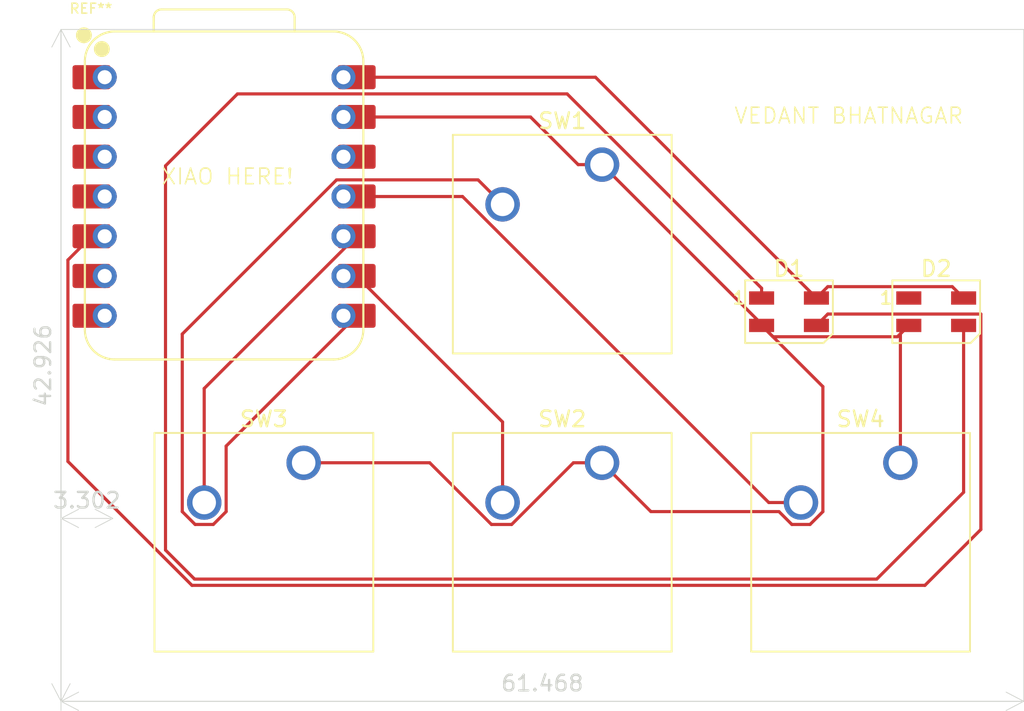
<source format=kicad_pcb>
(kicad_pcb (version 20241229) (generator "pcbnew") (generator_version "9.0")
  (layers (0 "F.Cu" signal) (2 "B.Cu" signal) (13 "F.Paste" user) (15 "B.Paste" user) (5 "F.SilkS" user "F.Silkscreen") (7 "B.SilkS" user "B.Silkscreen") (1 "F.Mask" user) (3 "B.Mask" user) (25 "Edge.Cuts" user))
  (net 0 "")
  (net 1 "Net-(D1-DOUT)")
  (net 2 "Net-(D1-DIN)")
  (net 3 "+5V")
  (net 4 "GND")
  (net 6 "Net-(U1-GPIO1{slash}RX)")
  (net 7 "Net-(U1-GPIO2{slash}SCK)")
  (net 8 "Net-(U1-GPIO4{slash}MISO)")
  (net 9 "Net-(U1-GPIO3{slash}MOSI)")
  (footprint "Button_Switch_Keyboard:SW_Cherry_MX_1.00u_PCB" (layer "F.Cu") (at 190.754 118.11)
    (property "Reference" "SW3" (at -2.54 -2.794 0) (layer "F.SilkS"))
    (property "Value" "SW_LEFT")
    (fp_line (start -9.525 -1.905) (end 4.445 -1.905) (stroke (width 0.12)) (layer "F.SilkS"))
    (fp_line (start -9.525 12.065) (end -9.525 -1.905) (stroke (width 0.12)) (layer "F.SilkS"))
    (fp_line (start 4.445 -1.905) (end 4.445 12.065) (stroke (width 0.12)) (layer "F.SilkS"))
    (fp_line (start 4.445 12.065) (end -9.525 12.065) (stroke (width 0.12)) (layer "F.SilkS"))
    (pad "" np_thru_hole circle (at -7.62 5.08) (size 1.7 1.7) (drill 1.7) (layers "*.Cu" "*.Mask"))
    (pad "" np_thru_hole circle (at -2.54 5.08) (size 4 4) (drill 4) (layers "*.Cu" "*.Mask"))
    (pad "" np_thru_hole circle (at 2.54 5.08) (size 1.7 1.7) (drill 1.7) (layers "*.Cu" "*.Mask"))
    (pad "1" thru_hole circle (at 0 0) (size 2.2 2.2) (drill 1.5) (layers "*.Cu" "*.Mask") (net 4 "GND"))
    (pad "2" thru_hole circle (at -6.35 2.54) (size 2.2 2.2) (drill 1.5) (layers "*.Cu" "*.Mask") (net 8 "Net-(U1-GPIO4{slash}MISO)"))
  )
  (footprint "LED_SMD:LED_SK6812MINI_PLCC4_3.5x3.5mm_P1.75mm" (layer "F.Cu") (at 231.14 108.458)
    (property "Reference" "D2" (at 0 -2.75 0) (layer "F.SilkS"))
    (property "Value" "SK6812MINI")
    (fp_line (start -2.8 -2) (end -2.8 2) (stroke (width 0.12)) (layer "F.SilkS"))
    (fp_line (start -2.8 -2) (end 2.8 -2) (stroke (width 0.12)) (layer "F.SilkS"))
    (fp_line (start -2.8 2) (end 2.2 2) (stroke (width 0.12)) (layer "F.SilkS"))
    (fp_line (start 2.8 1.4) (end 2.2 2) (stroke (width 0.12)) (layer "F.SilkS"))
    (fp_line (start 2.8 1.4) (end 2.8 -2) (stroke (width 0.12)) (layer "F.SilkS"))
    (fp_text user "1" (at -3.2 -0.875 0) (layer "F.SilkS") (effects (font (size 0.8 0.8))))
    (pad "1" smd rect (at -1.75 -0.875) (size 1.6 0.85) (layers "F.Cu" "F.Mask" "F.Paste"))
    (pad "2" smd rect (at -1.75 0.875) (size 1.6 0.85) (layers "F.Cu" "F.Mask" "F.Paste") (net 4 "GND"))
    (pad "3" smd rect (at 1.75 0.875) (size 1.6 0.85) (layers "F.Cu" "F.Mask" "F.Paste") (net 1 "Net-(D1-DOUT)"))
    (pad "4" smd rect (at 1.75 -0.875) (size 1.6 0.85) (layers "F.Cu" "F.Mask" "F.Paste") (net 3 "+5V"))
  )
  (footprint "OPL:XIAO-RP2040-DIP" (layer "F.Cu") (at 185.674 101.092)
    (property "Reference" "REF**" (at -8.5 -12 0) (layer "F.SilkS") (effects (font (size 0.635 0.635) (thickness 0.1016))))
    (property "Value" "XIAO-RP2040-DIP")
    (fp_line (start -8.89 8.509) (end -8.89 -8.636) (stroke (width 0.127)) (layer "F.SilkS"))
    (fp_line (start -6.985 10.414) (end 6.985 10.414) (stroke (width 0.127)) (layer "F.SilkS"))
    (fp_line (start -4.495 -10.541) (end -4.491272 -11.451272) (stroke (width 0.127)) (layer "F.SilkS"))
    (fp_line (start -3.991272 -11.951) (end 4.004 -11.951) (stroke (width 0.127)) (layer "F.SilkS"))
    (fp_line (start 4.504 -11.451) (end 4.504 -10.541) (stroke (width 0.127)) (layer "F.SilkS"))
    (fp_line (start 6.985 -10.541) (end -6.985 -10.541) (stroke (width 0.1)) (layer "F.SilkS"))
    (fp_line (start 6.985 -10.541) (end -6.985 -10.541) (stroke (width 0.127)) (layer "F.SilkS"))
    (fp_line (start 8.89 8.509) (end 8.89 -8.636) (stroke (width 0.127)) (layer "F.SilkS"))
    (fp_arc (start -8.89 -8.636) (mid -8.332038 -9.983038) (end -6.985 -10.541) (stroke (width 0.127)) (layer "F.SilkS"))
    (fp_arc (start -6.985 10.414) (mid -8.332038 9.856038) (end -8.89 8.509) (stroke (width 0.127)) (layer "F.SilkS"))
    (fp_arc (start -4.491272 -11.451272) (mid -4.344728 -11.80464) (end -3.991272 -11.951) (stroke (width 0.127)) (layer "F.SilkS"))
    (fp_arc (start 4.004 -11.951) (mid 4.357553 -11.804553) (end 4.504 -11.451) (stroke (width 0.127)) (layer "F.SilkS"))
    (fp_arc (start 6.985 -10.541) (mid 8.332038 -9.983038) (end 8.89 -8.636) (stroke (width 0.127)) (layer "F.SilkS"))
    (fp_arc (start 8.89 8.509) (mid 8.332038 9.856038) (end 6.985 10.414) (stroke (width 0.127)) (layer "F.SilkS"))
    (fp_circle (center -8.95 -10.3) (end -8.95 -10.554) (stroke (width 0.5)) (fill yes) (layer "F.SilkS"))
    (fp_circle (center -7.807 -9.42) (end -7.807 -9.674) (stroke (width 0.5)) (fill yes) (layer "F.SilkS"))
    (pad "1" smd roundrect (at -8.455 -7.62 180) (size 2.432 1.524) (layers "F.Cu" "F.Mask") (roundrect_rratio 0.1))
    (pad "1" thru_hole circle (at -7.62 -7.62 180) (size 1.524 1.524) (drill 0.889) (layers "*.Cu" "*.Mask"))
    (pad "2" smd roundrect (at -8.455 -5.08 180) (size 2.432 1.524) (layers "F.Cu" "F.Mask") (roundrect_rratio 0.1))
    (pad "2" thru_hole circle (at -7.62 -5.08 180) (size 1.524 1.524) (drill 0.889) (layers "*.Cu" "*.Mask"))
    (pad "3" smd roundrect (at -8.455 -2.54 180) (size 2.432 1.524) (layers "F.Cu" "F.Mask") (roundrect_rratio 0.1))
    (pad "3" thru_hole circle (at -7.62 -2.54 180) (size 1.524 1.524) (drill 0.889) (layers "*.Cu" "*.Mask"))
    (pad "4" smd roundrect (at -8.455 0 180) (size 2.432 1.524) (layers "F.Cu" "F.Mask") (roundrect_rratio 0.1))
    (pad "4" thru_hole circle (at -7.62 0 180) (size 1.524 1.524) (drill 0.889) (layers "*.Cu" "*.Mask"))
    (pad "5" smd roundrect (at -8.455 2.54 180) (size 2.432 1.524) (layers "F.Cu" "F.Mask") (roundrect_rratio 0.1))
    (pad "5" thru_hole circle (at -7.62 2.54 180) (size 1.524 1.524) (drill 0.889) (layers "*.Cu" "*.Mask"))
    (pad "6" smd roundrect (at -8.455 5.08 180) (size 2.432 1.524) (layers "F.Cu" "F.Mask") (roundrect_rratio 0.1))
    (pad "6" thru_hole circle (at -7.62 5.08 180) (size 1.524 1.524) (drill 0.889) (layers "*.Cu" "*.Mask"))
    (pad "7" smd roundrect (at -8.455 7.62 180) (size 2.432 1.524) (layers "F.Cu" "F.Mask") (roundrect_rratio 0.1))
    (pad "7" thru_hole circle (at -7.62 7.62 180) (size 1.524 1.524) (drill 0.889) (layers "*.Cu" "*.Mask"))
    (pad "8" thru_hole circle (at 7.62 7.62) (size 1.524 1.524) (drill 0.889) (layers "*.Cu" "*.Mask"))
    (pad "8" smd roundrect (at 8.455 7.62) (size 2.432 1.524) (layers "F.Cu" "F.Mask") (roundrect_rratio 0.1))
    (pad "9" thru_hole circle (at 7.62 5.08) (size 1.524 1.524) (drill 0.889) (layers "*.Cu" "*.Mask"))
    (pad "9" smd roundrect (at 8.455 5.08) (size 2.432 1.524) (layers "F.Cu" "F.Mask") (roundrect_rratio 0.1))
    (pad "10" thru_hole circle (at 7.62 2.54) (size 1.524 1.524) (drill 0.889) (layers "*.Cu" "*.Mask"))
    (pad "10" smd roundrect (at 8.455 2.54) (size 2.432 1.524) (layers "F.Cu" "F.Mask") (roundrect_rratio 0.1))
    (pad "11" thru_hole circle (at 7.62 0) (size 1.524 1.524) (drill 0.889) (layers "*.Cu" "*.Mask"))
    (pad "11" smd roundrect (at 8.455 0) (size 2.432 1.524) (layers "F.Cu" "F.Mask") (roundrect_rratio 0.1))
    (pad "12" thru_hole circle (at 7.62 -2.54) (size 1.524 1.524) (drill 0.889) (layers "*.Cu" "*.Mask"))
    (pad "12" smd roundrect (at 8.455 -2.54) (size 2.432 1.524) (layers "F.Cu" "F.Mask") (roundrect_rratio 0.1))
    (pad "13" thru_hole circle (at 7.62 -5.08) (size 1.524 1.524) (drill 0.889) (layers "*.Cu" "*.Mask"))
    (pad "13" smd roundrect (at 8.455 -5.08) (size 2.432 1.524) (layers "F.Cu" "F.Mask") (roundrect_rratio 0.1))
    (pad "14" thru_hole circle (at 7.62 -7.62) (size 1.524 1.524) (drill 0.889) (layers "*.Cu" "*.Mask"))
    (pad "14" smd roundrect (at 8.455 -7.62) (size 2.432 1.524) (layers "F.Cu" "F.Mask") (roundrect_rratio 0.1))
  )
  (footprint "LED_SMD:LED_SK6812MINI_PLCC4_3.5x3.5mm_P1.75mm" (layer "F.Cu") (at 221.742 108.458)
    (property "Reference" "D1" (at 0 -2.75 0) (layer "F.SilkS"))
    (property "Value" "SK6812MINI")
    (fp_line (start -2.8 -2) (end -2.8 2) (stroke (width 0.12)) (layer "F.SilkS"))
    (fp_line (start -2.8 -2) (end 2.8 -2) (stroke (width 0.12)) (layer "F.SilkS"))
    (fp_line (start -2.8 2) (end 2.2 2) (stroke (width 0.12)) (layer "F.SilkS"))
    (fp_line (start 2.8 1.4) (end 2.2 2) (stroke (width 0.12)) (layer "F.SilkS"))
    (fp_line (start 2.8 1.4) (end 2.8 -2) (stroke (width 0.12)) (layer "F.SilkS"))
    (fp_text user "1" (at -3.2 -0.875 0) (layer "F.SilkS") (effects (font (size 0.8 0.8))))
    (pad "1" smd rect (at -1.75 -0.875) (size 1.6 0.85) (layers "F.Cu" "F.Mask" "F.Paste") (net 1 "Net-(D1-DOUT)"))
    (pad "2" smd rect (at -1.75 0.875) (size 1.6 0.85) (layers "F.Cu" "F.Mask" "F.Paste") (net 4 "GND"))
    (pad "3" smd rect (at 1.75 0.875) (size 1.6 0.85) (layers "F.Cu" "F.Mask" "F.Paste") (net 2 "Net-(D1-DIN)"))
    (pad "4" smd rect (at 1.75 -0.875) (size 1.6 0.85) (layers "F.Cu" "F.Mask" "F.Paste") (net 3 "+5V"))
  )
  (footprint "Button_Switch_Keyboard:SW_Cherry_MX_1.00u_PCB" (layer "F.Cu") (at 209.804 118.11)
    (property "Reference" "SW2" (at -2.54 -2.794 0) (layer "F.SilkS"))
    (property "Value" "SW_DOWN")
    (fp_line (start -9.525 -1.905) (end 4.445 -1.905) (stroke (width 0.12)) (layer "F.SilkS"))
    (fp_line (start -9.525 12.065) (end -9.525 -1.905) (stroke (width 0.12)) (layer "F.SilkS"))
    (fp_line (start 4.445 -1.905) (end 4.445 12.065) (stroke (width 0.12)) (layer "F.SilkS"))
    (fp_line (start 4.445 12.065) (end -9.525 12.065) (stroke (width 0.12)) (layer "F.SilkS"))
    (pad "" np_thru_hole circle (at -7.62 5.08) (size 1.7 1.7) (drill 1.7) (layers "*.Cu" "*.Mask"))
    (pad "" np_thru_hole circle (at -2.54 5.08) (size 4 4) (drill 4) (layers "*.Cu" "*.Mask"))
    (pad "" np_thru_hole circle (at 2.54 5.08) (size 1.7 1.7) (drill 1.7) (layers "*.Cu" "*.Mask"))
    (pad "1" thru_hole circle (at 0 0) (size 2.2 2.2) (drill 1.5) (layers "*.Cu" "*.Mask") (net 4 "GND"))
    (pad "2" thru_hole circle (at -6.35 2.54) (size 2.2 2.2) (drill 1.5) (layers "*.Cu" "*.Mask") (net 7 "Net-(U1-GPIO2{slash}SCK)"))
  )
  (footprint "Button_Switch_Keyboard:SW_Cherry_MX_1.00u_PCB" (layer "F.Cu") (at 209.804 99.06)
    (property "Reference" "SW1" (at -2.54 -2.794 0) (layer "F.SilkS"))
    (property "Value" "SW_UP")
    (fp_line (start -9.525 -1.905) (end 4.445 -1.905) (stroke (width 0.12)) (layer "F.SilkS"))
    (fp_line (start -9.525 12.065) (end -9.525 -1.905) (stroke (width 0.12)) (layer "F.SilkS"))
    (fp_line (start 4.445 -1.905) (end 4.445 12.065) (stroke (width 0.12)) (layer "F.SilkS"))
    (fp_line (start 4.445 12.065) (end -9.525 12.065) (stroke (width 0.12)) (layer "F.SilkS"))
    (pad "" np_thru_hole circle (at -7.62 5.08) (size 1.7 1.7) (drill 1.7) (layers "*.Cu" "*.Mask"))
    (pad "" np_thru_hole circle (at -2.54 5.08) (size 4 4) (drill 4) (layers "*.Cu" "*.Mask"))
    (pad "" np_thru_hole circle (at 2.54 5.08) (size 1.7 1.7) (drill 1.7) (layers "*.Cu" "*.Mask"))
    (pad "1" thru_hole circle (at 0 0) (size 2.2 2.2) (drill 1.5) (layers "*.Cu" "*.Mask") (net 4 "GND"))
    (pad "2" thru_hole circle (at -6.35 2.54) (size 2.2 2.2) (drill 1.5) (layers "*.Cu" "*.Mask") (net 6 "Net-(U1-GPIO1{slash}RX)"))
  )
  (footprint "Button_Switch_Keyboard:SW_Cherry_MX_1.00u_PCB" (layer "F.Cu") (at 228.854 118.11)
    (property "Reference" "SW4" (at -2.54 -2.794 0) (layer "F.SilkS"))
    (property "Value" "SW_Push")
    (fp_line (start -9.525 -1.905) (end 4.445 -1.905) (stroke (width 0.12)) (layer "F.SilkS"))
    (fp_line (start -9.525 12.065) (end -9.525 -1.905) (stroke (width 0.12)) (layer "F.SilkS"))
    (fp_line (start 4.445 -1.905) (end 4.445 12.065) (stroke (width 0.12)) (layer "F.SilkS"))
    (fp_line (start 4.445 12.065) (end -9.525 12.065) (stroke (width 0.12)) (layer "F.SilkS"))
    (pad "" np_thru_hole circle (at -7.62 5.08) (size 1.7 1.7) (drill 1.7) (layers "*.Cu" "*.Mask"))
    (pad "" np_thru_hole circle (at -2.54 5.08) (size 4 4) (drill 4) (layers "*.Cu" "*.Mask"))
    (pad "" np_thru_hole circle (at 2.54 5.08) (size 1.7 1.7) (drill 1.7) (layers "*.Cu" "*.Mask"))
    (pad "1" thru_hole circle (at 0 0) (size 2.2 2.2) (drill 1.5) (layers "*.Cu" "*.Mask") (net 4 "GND"))
    (pad "2" thru_hole circle (at -6.35 2.54) (size 2.2 2.2) (drill 1.5) (layers "*.Cu" "*.Mask") (net 9 "Net-(U1-GPIO3{slash}MOSI)"))
  )
  (footprint "OPL:XIAO-RP2040-DIP" (layer "F.Cu") (at 185.674 101.0985)
    (property "Reference" "U1" (hide yes))
    (property "Value" "XIAO-RP2040-DIP" (hide yes))
    (fp_line (start -8.89 8.509) (end -8.89 -8.636) (stroke (width 0.127)) (layer "F.SilkS"))
    (fp_line (start -6.985 10.414) (end 6.985 10.414) (stroke (width 0.127)) (layer "F.SilkS"))
    (fp_line (start -4.495 -10.541) (end -4.491272 -11.451272) (stroke (width 0.127)) (layer "F.SilkS"))
    (fp_line (start -3.991272 -11.951) (end 4.004 -11.951) (stroke (width 0.127)) (layer "F.SilkS"))
    (fp_line (start 4.504 -11.451) (end 4.504 -10.541) (stroke (width 0.127)) (layer "F.SilkS"))
    (fp_line (start 6.985 -10.541) (end -6.985 -10.541) (stroke (width 0.1)) (layer "F.SilkS"))
    (fp_line (start 6.985 -10.541) (end -6.985 -10.541) (stroke (width 0.127)) (layer "F.SilkS"))
    (fp_line (start 8.89 8.509) (end 8.89 -8.636) (stroke (width 0.127)) (layer "F.SilkS"))
    (fp_arc (start -8.89 -8.636) (mid -8.332038 -9.983038) (end -6.985 -10.541) (stroke (width 0.127)) (layer "F.SilkS"))
    (fp_arc (start -6.985 10.414) (mid -8.332038 9.856038) (end -8.89 8.509) (stroke (width 0.127)) (layer "F.SilkS"))
    (fp_arc (start -4.491272 -11.451272) (mid -4.344728 -11.80464) (end -3.991272 -11.951) (stroke (width 0.127)) (layer "F.SilkS"))
    (fp_arc (start 4.004 -11.951) (mid 4.357553 -11.804553) (end 4.504 -11.451) (stroke (width 0.127)) (layer "F.SilkS"))
    (fp_arc (start 6.985 -10.541) (mid 8.332038 -9.983038) (end 8.89 -8.636) (stroke (width 0.127)) (layer "F.SilkS"))
    (fp_arc (start 8.89 8.509) (mid 8.332038 9.856038) (end 6.985 10.414) (stroke (width 0.127)) (layer "F.SilkS"))
    (fp_circle (center -8.95 -10.3) (end -8.95 -10.554) (stroke (width 0.5)) (fill yes) (layer "F.SilkS"))
    (fp_circle (center -7.807 -9.42) (end -7.807 -9.674) (stroke (width 0.5)) (fill yes) (layer "F.SilkS"))
    (pad "1" smd roundrect (at -8.455 -7.62 180) (size 2.432 1.524) (layers "F.Cu" "F.Mask") (roundrect_rratio 0.1))
    (pad "1" thru_hole circle (at -7.62 -7.62 180) (size 1.524 1.524) (drill 0.889) (layers "*.Cu" "*.Mask"))
    (pad "2" smd roundrect (at -8.455 -5.08 180) (size 2.432 1.524) (layers "F.Cu" "F.Mask") (roundrect_rratio 0.1))
    (pad "2" thru_hole circle (at -7.62 -5.08 180) (size 1.524 1.524) (drill 0.889) (layers "*.Cu" "*.Mask"))
    (pad "3" smd roundrect (at -8.455 -2.54 180) (size 2.432 1.524) (layers "F.Cu" "F.Mask") (roundrect_rratio 0.1))
    (pad "3" thru_hole circle (at -7.62 -2.54 180) (size 1.524 1.524) (drill 0.889) (layers "*.Cu" "*.Mask"))
    (pad "4" smd roundrect (at -8.455 0 180) (size 2.432 1.524) (layers "F.Cu" "F.Mask") (roundrect_rratio 0.1))
    (pad "4" thru_hole circle (at -7.62 0 180) (size 1.524 1.524) (drill 0.889) (layers "*.Cu" "*.Mask"))
    (pad "5" smd roundrect (at -8.455 2.54 180) (size 2.432 1.524) (layers "F.Cu" "F.Mask") (roundrect_rratio 0.1) (net 2 "Net-(D1-DIN)"))
    (pad "5" thru_hole circle (at -7.62 2.54 180) (size 1.524 1.524) (drill 0.889) (layers "*.Cu" "*.Mask") (net 2 "Net-(D1-DIN)"))
    (pad "6" smd roundrect (at -8.455 5.08 180) (size 2.432 1.524) (layers "F.Cu" "F.Mask") (roundrect_rratio 0.1))
    (pad "6" thru_hole circle (at -7.62 5.08 180) (size 1.524 1.524) (drill 0.889) (layers "*.Cu" "*.Mask"))
    (pad "7" smd roundrect (at -8.455 7.62 180) (size 2.432 1.524) (layers "F.Cu" "F.Mask") (roundrect_rratio 0.1))
    (pad "7" thru_hole circle (at -7.62 7.62 180) (size 1.524 1.524) (drill 0.889) (layers "*.Cu" "*.Mask"))
    (pad "8" thru_hole circle (at 7.62 7.62) (size 1.524 1.524) (drill 0.889) (layers "*.Cu" "*.Mask") (net 6 "Net-(U1-GPIO1{slash}RX)"))
    (pad "8" smd roundrect (at 8.455 7.62) (size 2.432 1.524) (layers "F.Cu" "F.Mask") (roundrect_rratio 0.1) (net 6 "Net-(U1-GPIO1{slash}RX)"))
    (pad "9" thru_hole circle (at 7.62 5.08) (size 1.524 1.524) (drill 0.889) (layers "*.Cu" "*.Mask") (net 7 "Net-(U1-GPIO2{slash}SCK)"))
    (pad "9" smd roundrect (at 8.455 5.08) (size 2.432 1.524) (layers "F.Cu" "F.Mask") (roundrect_rratio 0.1) (net 7 "Net-(U1-GPIO2{slash}SCK)"))
    (pad "10" thru_hole circle (at 7.62 2.54) (size 1.524 1.524) (drill 0.889) (layers "*.Cu" "*.Mask") (net 8 "Net-(U1-GPIO4{slash}MISO)"))
    (pad "10" smd roundrect (at 8.455 2.54) (size 2.432 1.524) (layers "F.Cu" "F.Mask") (roundrect_rratio 0.1) (net 8 "Net-(U1-GPIO4{slash}MISO)"))
    (pad "11" thru_hole circle (at 7.62 0) (size 1.524 1.524) (drill 0.889) (layers "*.Cu" "*.Mask") (net 9 "Net-(U1-GPIO3{slash}MOSI)"))
    (pad "11" smd roundrect (at 8.455 0) (size 2.432 1.524) (layers "F.Cu" "F.Mask") (roundrect_rratio 0.1) (net 9 "Net-(U1-GPIO3{slash}MOSI)"))
    (pad "12" thru_hole circle (at 7.62 -2.54) (size 1.524 1.524) (drill 0.889) (layers "*.Cu" "*.Mask"))
    (pad "12" smd roundrect (at 8.455 -2.54) (size 2.432 1.524) (layers "F.Cu" "F.Mask") (roundrect_rratio 0.1))
    (pad "13" thru_hole circle (at 7.62 -5.08) (size 1.524 1.524) (drill 0.889) (layers "*.Cu" "*.Mask") (net 4 "GND"))
    (pad "13" smd roundrect (at 8.455 -5.08) (size 2.432 1.524) (layers "F.Cu" "F.Mask") (roundrect_rratio 0.1) (net 4 "GND"))
    (pad "14" thru_hole circle (at 7.62 -7.62) (size 1.524 1.524) (drill 0.889) (layers "*.Cu" "*.Mask") (net 3 "+5V"))
    (pad "14" smd roundrect (at 8.455 -7.62) (size 2.432 1.524) (layers "F.Cu" "F.Mask") (roundrect_rratio 0.1) (net 3 "+5V"))
  )
  (gr_rect (start 175.26 90.424) (end 236.728 133.35) (stroke (width 0.05)) (fill no) (layer "Edge.Cuts"))
  (gr_text "VEDANT BHATNAGAR" (at 218.186 96.52 0) (layer "F.SilkS") (effects (font (size 1 1) (thickness 0.1)) (justify left bottom)))
  (gr_text "XIAO HERE!" (at 181.61 99.822 0) (layer "F.SilkS") (effects (font (size 1 1) (thickness 0.1)) (justify left)))
  (dimension (type orthogonal) (layer "Edge.Cuts") (pts (xy 178.562 121.666) (xy 175.26 121.412)) (height 0) (orientation 0) (format (prefix "") (suffix "") (units 3) (units_format 0) (precision 4) (suppress_zeroes yes)) (style (thickness 0.05) (arrow_length 1.27) (text_position_mode 0) (arrow_direction outward) (extension_height 0.58642) (extension_offset 0.5) (keep_text_aligned yes)) (gr_text "3.302" (at 176.911 120.516 0) (layer "Edge.Cuts") (effects (font (size 1 1) (thickness 0.15)))))
  (dimension (type orthogonal) (layer "Edge.Cuts") (pts (xy 236.728 133.35) (xy 175.26 90.424)) (height 0) (orientation 0) (format (prefix "") (suffix "") (units 3) (units_format 0) (precision 4) (suppress_zeroes yes)) (style (thickness 0.05) (arrow_length 1.27) (text_position_mode 0) (arrow_direction outward) (extension_height 0.58642) (extension_offset 0.5) (keep_text_aligned yes)) (gr_text "61.468" (at 205.994 132.2 0) (layer "Edge.Cuts") (effects (font (size 1 1) (thickness 0.15)))))
  (dimension (type orthogonal) (layer "Edge.Cuts") (pts (xy 175.26 133.35) (xy 175.26 90.424)) (height 0) (orientation 1) (format (prefix "") (suffix "") (units 3) (units_format 0) (precision 4) (suppress_zeroes yes)) (style (thickness 0.05) (arrow_length 1.27) (text_position_mode 0) (arrow_direction outward) (extension_height 0.58642) (extension_offset 0.5) (keep_text_aligned yes)) (gr_text "42.926" (at 174.11 111.887 90) (layer "Edge.Cuts") (effects (font (size 1 1) (thickness 0.15)))))
  (segment (start 181.933 99.13681) (end 181.933 123.68747) (width 0.2) (layer "F.Cu") (net 1))
  (segment (start 227.34453 125.541) (end 232.89 119.99553) (width 0.2) (layer "F.Cu") (net 1))
  (segment (start 219.992 106.958) (end 207.5755 94.5415) (width 0.2) (layer "F.Cu") (net 1))
  (segment (start 186.52831 94.5415) (end 181.933 99.13681) (width 0.2) (layer "F.Cu") (net 1))
  (segment (start 181.933 123.68747) (end 183.78653 125.541) (width 0.2) (layer "F.Cu") (net 1))
  (segment (start 219.992 107.583) (end 219.992 106.958) (width 0.2) (layer "F.Cu") (net 1))
  (segment (start 183.78653 125.541) (end 227.34453 125.541) (width 0.2) (layer "F.Cu") (net 1))
  (segment (start 207.5755 94.5415) (end 186.52831 94.5415) (width 0.2) (layer "F.Cu") (net 1))
  (segment (start 232.89 119.99553) (end 232.89 109.333) (width 0.2) (layer "F.Cu") (net 1))
  (segment (start 175.702 105.1555) (end 177.219 103.6385) (width 0.2) (layer "F.Cu") (net 2))
  (segment (start 224.218 108.607) (end 233.991 108.607) (width 0.2) (layer "F.Cu") (net 2))
  (segment (start 183.62043 125.942) (end 175.702 118.02357) (width 0.2) (layer "F.Cu") (net 2))
  (segment (start 233.991 122.371) (end 230.42 125.942) (width 0.2) (layer "F.Cu") (net 2))
  (segment (start 230.42 125.942) (end 183.62043 125.942) (width 0.2) (layer "F.Cu") (net 2))
  (segment (start 175.702 118.02357) (end 175.702 105.1555) (width 0.2) (layer "F.Cu") (net 2))
  (segment (start 233.991 108.607) (end 233.991 122.371) (width 0.2) (layer "F.Cu") (net 2))
  (segment (start 223.492 109.333) (end 224.218 108.607) (width 0.2) (layer "F.Cu") (net 2))
  (segment (start 232.164 106.857) (end 232.89 107.583) (width 0.2) (layer "F.Cu") (net 3))
  (segment (start 223.492 107.583) (end 209.3875 93.4785) (width 0.2) (layer "F.Cu") (net 3))
  (segment (start 224.218 106.857) (end 232.164 106.857) (width 0.2) (layer "F.Cu") (net 3))
  (segment (start 209.3875 93.4785) (end 193.294 93.4785) (width 0.2) (layer "F.Cu") (net 3))
  (segment (start 223.492 107.583) (end 224.218 106.857) (width 0.2) (layer "F.Cu") (net 3))
  (segment (start 223.905 121.230314) (end 223.905 113.246) (width 0.2) (layer "F.Cu") (net 4))
  (segment (start 220.718 110.059) (end 219.992 109.333) (width 0.2) (layer "F.Cu") (net 4))
  (segment (start 205.2385 96.0185) (end 194.129 96.0185) (width 0.2) (layer "F.Cu") (net 4))
  (segment (start 219.992 109.333) (end 219.992 109.248) (width 0.2) (layer "F.Cu") (net 4))
  (segment (start 209.804 118.11) (end 207.975314 118.11) (width 0.2) (layer "F.Cu") (net 4))
  (segment (start 209.804 99.06) (end 208.28 99.06) (width 0.2) (layer "F.Cu") (net 4))
  (segment (start 228.854 109.869) (end 229.39 109.333) (width 0.2) (layer "F.Cu") (net 4))
  (segment (start 228.854 118.11) (end 228.854 109.869) (width 0.2) (layer "F.Cu") (net 4))
  (segment (start 223.084314 122.051) (end 223.905 121.230314) (width 0.2) (layer "F.Cu") (net 4))
  (segment (start 207.975314 118.11) (end 204.034314 122.051) (width 0.2) (layer "F.Cu") (net 4))
  (segment (start 223.905 113.246) (end 219.992 109.333) (width 0.2) (layer "F.Cu") (net 4))
  (segment (start 209.804 118.11) (end 212.924314 121.230314) (width 0.2) (layer "F.Cu") (net 4))
  (segment (start 221.923686 122.051) (end 223.084314 122.051) (width 0.2) (layer "F.Cu") (net 4))
  (segment (start 202.74347 122.051) (end 198.80247 118.11) (width 0.2) (layer "F.Cu") (net 4))
  (segment (start 204.034314 122.051) (end 202.74347 122.051) (width 0.2) (layer "F.Cu") (net 4))
  (segment (start 212.924314 121.230314) (end 221.103 121.230314) (width 0.2) (layer "F.Cu") (net 4))
  (segment (start 221.103 121.230314) (end 221.923686 122.051) (width 0.2) (layer "F.Cu") (net 4))
  (segment (start 228.664 110.059) (end 220.718 110.059) (width 0.2) (layer "F.Cu") (net 4))
  (segment (start 198.80247 118.11) (end 190.754 118.11) (width 0.2) (layer "F.Cu") (net 4))
  (segment (start 219.992 109.248) (end 209.804 99.06) (width 0.2) (layer "F.Cu") (net 4))
  (segment (start 208.28 99.06) (end 205.2385 96.0185) (width 0.2) (layer "F.Cu") (net 4))
  (segment (start 229.39 109.333) (end 228.664 110.059) (width 0.2) (layer "F.Cu") (net 4))
  (segment (start 183.003 109.88619) (end 183.003 121.230314) (width 0.2) (layer "F.Cu") (net 6))
  (segment (start 201.8895 100.0355) (end 192.85369 100.0355) (width 0.2) (layer "F.Cu") (net 6))
  (segment (start 184.984314 122.051) (end 185.805 121.230314) (width 0.2) (layer "F.Cu") (net 6))
  (segment (start 185.805 117.0425) (end 194.129 108.7185) (width 0.2) (layer "F.Cu") (net 6))
  (segment (start 203.454 101.6) (end 201.8895 100.0355) (width 0.2) (layer "F.Cu") (net 6))
  (segment (start 183.003 121.230314) (end 183.823686 122.051) (width 0.2) (layer "F.Cu") (net 6))
  (segment (start 183.823686 122.051) (end 184.984314 122.051) (width 0.2) (layer "F.Cu") (net 6))
  (segment (start 192.85369 100.0355) (end 183.003 109.88619) (width 0.2) (layer "F.Cu") (net 6))
  (segment (start 185.805 121.230314) (end 185.805 117.0425) (width 0.2) (layer "F.Cu") (net 6))
  (segment (start 203.454 120.65) (end 203.454 115.5035) (width 0.2) (layer "F.Cu") (net 7))
  (segment (start 203.454 115.5035) (end 194.129 106.1785) (width 0.2) (layer "F.Cu") (net 7))
  (segment (start 184.404 120.65) (end 184.404 113.3635) (width 0.2) (layer "F.Cu") (net 8))
  (segment (start 184.404 113.3635) (end 194.129 103.6385) (width 0.2) (layer "F.Cu") (net 8))
  (segment (start 222.504 120.65) (end 220.449184 120.65) (width 0.2) (layer "F.Cu") (net 9))
  (segment (start 220.449184 120.65) (end 200.897684 101.0985) (width 0.2) (layer "F.Cu") (net 9))
  (segment (start 200.897684 101.0985) (end 194.129 101.0985) (width 0.2) (layer "F.Cu") (net 9))
)
</source>
